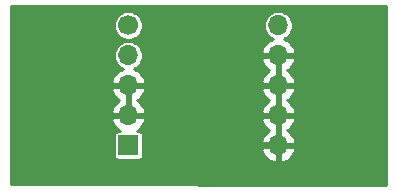
<source format=gbl>
%TF.GenerationSoftware,KiCad,Pcbnew,(5.1.6-0-10_14)*%
%TF.CreationDate,2022-03-22T21:21:40-04:00*%
%TF.ProjectId,MPPT Chip,4d505054-2043-4686-9970-2e6b69636164,v01*%
%TF.SameCoordinates,Original*%
%TF.FileFunction,Copper,L2,Bot*%
%TF.FilePolarity,Positive*%
%FSLAX46Y46*%
G04 Gerber Fmt 4.6, Leading zero omitted, Abs format (unit mm)*
G04 Created by KiCad (PCBNEW (5.1.6-0-10_14)) date 2022-03-22 21:21:40*
%MOMM*%
%LPD*%
G01*
G04 APERTURE LIST*
%TA.AperFunction,ComponentPad*%
%ADD10C,1.700000*%
%TD*%
%TA.AperFunction,ComponentPad*%
%ADD11O,1.700000X1.700000*%
%TD*%
%TA.AperFunction,ComponentPad*%
%ADD12R,1.700000X1.700000*%
%TD*%
%TA.AperFunction,ViaPad*%
%ADD13C,0.800000*%
%TD*%
%TA.AperFunction,Conductor*%
%ADD14C,0.400000*%
%TD*%
%TA.AperFunction,Conductor*%
%ADD15C,0.254000*%
%TD*%
G04 APERTURE END LIST*
D10*
%TO.P,J1,5*%
%TO.N,/OUT*%
X68272660Y-91203780D03*
D11*
%TO.P,J1,6*%
%TO.N,/VBST*%
X80972660Y-91203780D03*
%TO.P,J1,4*%
%TO.N,/PV+*%
X68272660Y-93743780D03*
%TO.P,J1,7*%
%TO.N,/GND*%
X80972660Y-93743780D03*
%TO.P,J1,3*%
X68272660Y-96283780D03*
%TO.P,J1,8*%
X80972660Y-96283780D03*
%TO.P,J1,2*%
X68272660Y-98823780D03*
%TO.P,J1,9*%
X80972660Y-98823780D03*
D12*
%TO.P,J1,1*%
%TO.N,/VCC*%
X68272660Y-101363780D03*
D11*
%TO.P,J1,10*%
%TO.N,/GND*%
X80972660Y-101363780D03*
%TD*%
D13*
%TO.N,/GND*%
X72715120Y-99923600D03*
X71079360Y-96939100D03*
%TD*%
D14*
%TO.N,/GND*%
X68432680Y-98983800D02*
X68272660Y-98823780D01*
X72715120Y-99923600D02*
X74018140Y-101226620D01*
X80835500Y-101226620D02*
X80972660Y-101363780D01*
X74018140Y-101226620D02*
X80835500Y-101226620D01*
X70241160Y-98823780D02*
X68272660Y-98823780D01*
X71079360Y-97985580D02*
X70241160Y-98823780D01*
X71079360Y-96939100D02*
X71079360Y-97985580D01*
%TD*%
D15*
%TO.N,/GND*%
G36*
X90096740Y-104708696D02*
G01*
X58330700Y-104656684D01*
X58330700Y-99180670D01*
X66831184Y-99180670D01*
X66875835Y-99327879D01*
X67001019Y-99590700D01*
X67175072Y-99824049D01*
X67391305Y-100018958D01*
X67579293Y-100130937D01*
X67422660Y-100130937D01*
X67347971Y-100138293D01*
X67276152Y-100160079D01*
X67209964Y-100195458D01*
X67151949Y-100243069D01*
X67104338Y-100301084D01*
X67068959Y-100367272D01*
X67047173Y-100439091D01*
X67039817Y-100513780D01*
X67039817Y-102213780D01*
X67047173Y-102288469D01*
X67068959Y-102360288D01*
X67104338Y-102426476D01*
X67151949Y-102484491D01*
X67209964Y-102532102D01*
X67276152Y-102567481D01*
X67347971Y-102589267D01*
X67422660Y-102596623D01*
X69122660Y-102596623D01*
X69197349Y-102589267D01*
X69269168Y-102567481D01*
X69335356Y-102532102D01*
X69393371Y-102484491D01*
X69440982Y-102426476D01*
X69476361Y-102360288D01*
X69498147Y-102288469D01*
X69505503Y-102213780D01*
X69505503Y-101720670D01*
X79531184Y-101720670D01*
X79575835Y-101867879D01*
X79701019Y-102130700D01*
X79875072Y-102364049D01*
X80091305Y-102558958D01*
X80341408Y-102707937D01*
X80615769Y-102805261D01*
X80845660Y-102684594D01*
X80845660Y-101490780D01*
X81099660Y-101490780D01*
X81099660Y-102684594D01*
X81329551Y-102805261D01*
X81603912Y-102707937D01*
X81854015Y-102558958D01*
X82070248Y-102364049D01*
X82244301Y-102130700D01*
X82369485Y-101867879D01*
X82414136Y-101720670D01*
X82292815Y-101490780D01*
X81099660Y-101490780D01*
X80845660Y-101490780D01*
X79652505Y-101490780D01*
X79531184Y-101720670D01*
X69505503Y-101720670D01*
X69505503Y-100513780D01*
X69498147Y-100439091D01*
X69476361Y-100367272D01*
X69440982Y-100301084D01*
X69393371Y-100243069D01*
X69335356Y-100195458D01*
X69269168Y-100160079D01*
X69197349Y-100138293D01*
X69122660Y-100130937D01*
X68966027Y-100130937D01*
X69154015Y-100018958D01*
X69370248Y-99824049D01*
X69544301Y-99590700D01*
X69669485Y-99327879D01*
X69714136Y-99180670D01*
X79531184Y-99180670D01*
X79575835Y-99327879D01*
X79701019Y-99590700D01*
X79875072Y-99824049D01*
X80091305Y-100018958D01*
X80216915Y-100093780D01*
X80091305Y-100168602D01*
X79875072Y-100363511D01*
X79701019Y-100596860D01*
X79575835Y-100859681D01*
X79531184Y-101006890D01*
X79652505Y-101236780D01*
X80845660Y-101236780D01*
X80845660Y-98950780D01*
X81099660Y-98950780D01*
X81099660Y-101236780D01*
X82292815Y-101236780D01*
X82414136Y-101006890D01*
X82369485Y-100859681D01*
X82244301Y-100596860D01*
X82070248Y-100363511D01*
X81854015Y-100168602D01*
X81728405Y-100093780D01*
X81854015Y-100018958D01*
X82070248Y-99824049D01*
X82244301Y-99590700D01*
X82369485Y-99327879D01*
X82414136Y-99180670D01*
X82292815Y-98950780D01*
X81099660Y-98950780D01*
X80845660Y-98950780D01*
X79652505Y-98950780D01*
X79531184Y-99180670D01*
X69714136Y-99180670D01*
X69592815Y-98950780D01*
X68399660Y-98950780D01*
X68399660Y-98970780D01*
X68145660Y-98970780D01*
X68145660Y-98950780D01*
X66952505Y-98950780D01*
X66831184Y-99180670D01*
X58330700Y-99180670D01*
X58330700Y-96640670D01*
X66831184Y-96640670D01*
X66875835Y-96787879D01*
X67001019Y-97050700D01*
X67175072Y-97284049D01*
X67391305Y-97478958D01*
X67516915Y-97553780D01*
X67391305Y-97628602D01*
X67175072Y-97823511D01*
X67001019Y-98056860D01*
X66875835Y-98319681D01*
X66831184Y-98466890D01*
X66952505Y-98696780D01*
X68145660Y-98696780D01*
X68145660Y-96410780D01*
X68399660Y-96410780D01*
X68399660Y-98696780D01*
X69592815Y-98696780D01*
X69714136Y-98466890D01*
X69669485Y-98319681D01*
X69544301Y-98056860D01*
X69370248Y-97823511D01*
X69154015Y-97628602D01*
X69028405Y-97553780D01*
X69154015Y-97478958D01*
X69370248Y-97284049D01*
X69544301Y-97050700D01*
X69669485Y-96787879D01*
X69714136Y-96640670D01*
X79531184Y-96640670D01*
X79575835Y-96787879D01*
X79701019Y-97050700D01*
X79875072Y-97284049D01*
X80091305Y-97478958D01*
X80216915Y-97553780D01*
X80091305Y-97628602D01*
X79875072Y-97823511D01*
X79701019Y-98056860D01*
X79575835Y-98319681D01*
X79531184Y-98466890D01*
X79652505Y-98696780D01*
X80845660Y-98696780D01*
X80845660Y-96410780D01*
X81099660Y-96410780D01*
X81099660Y-98696780D01*
X82292815Y-98696780D01*
X82414136Y-98466890D01*
X82369485Y-98319681D01*
X82244301Y-98056860D01*
X82070248Y-97823511D01*
X81854015Y-97628602D01*
X81728405Y-97553780D01*
X81854015Y-97478958D01*
X82070248Y-97284049D01*
X82244301Y-97050700D01*
X82369485Y-96787879D01*
X82414136Y-96640670D01*
X82292815Y-96410780D01*
X81099660Y-96410780D01*
X80845660Y-96410780D01*
X79652505Y-96410780D01*
X79531184Y-96640670D01*
X69714136Y-96640670D01*
X69592815Y-96410780D01*
X68399660Y-96410780D01*
X68145660Y-96410780D01*
X66952505Y-96410780D01*
X66831184Y-96640670D01*
X58330700Y-96640670D01*
X58330700Y-95926890D01*
X66831184Y-95926890D01*
X66952505Y-96156780D01*
X68145660Y-96156780D01*
X68145660Y-96136780D01*
X68399660Y-96136780D01*
X68399660Y-96156780D01*
X69592815Y-96156780D01*
X69714136Y-95926890D01*
X69669485Y-95779681D01*
X69544301Y-95516860D01*
X69370248Y-95283511D01*
X69154015Y-95088602D01*
X68903912Y-94939623D01*
X68741492Y-94882008D01*
X68855757Y-94834678D01*
X69057377Y-94699960D01*
X69228840Y-94528497D01*
X69363558Y-94326877D01*
X69456353Y-94102849D01*
X69456786Y-94100670D01*
X79531184Y-94100670D01*
X79575835Y-94247879D01*
X79701019Y-94510700D01*
X79875072Y-94744049D01*
X80091305Y-94938958D01*
X80216915Y-95013780D01*
X80091305Y-95088602D01*
X79875072Y-95283511D01*
X79701019Y-95516860D01*
X79575835Y-95779681D01*
X79531184Y-95926890D01*
X79652505Y-96156780D01*
X80845660Y-96156780D01*
X80845660Y-93870780D01*
X81099660Y-93870780D01*
X81099660Y-96156780D01*
X82292815Y-96156780D01*
X82414136Y-95926890D01*
X82369485Y-95779681D01*
X82244301Y-95516860D01*
X82070248Y-95283511D01*
X81854015Y-95088602D01*
X81728405Y-95013780D01*
X81854015Y-94938958D01*
X82070248Y-94744049D01*
X82244301Y-94510700D01*
X82369485Y-94247879D01*
X82414136Y-94100670D01*
X82292815Y-93870780D01*
X81099660Y-93870780D01*
X80845660Y-93870780D01*
X79652505Y-93870780D01*
X79531184Y-94100670D01*
X69456786Y-94100670D01*
X69503660Y-93865023D01*
X69503660Y-93622537D01*
X69456787Y-93386890D01*
X79531184Y-93386890D01*
X79652505Y-93616780D01*
X80845660Y-93616780D01*
X80845660Y-93596780D01*
X81099660Y-93596780D01*
X81099660Y-93616780D01*
X82292815Y-93616780D01*
X82414136Y-93386890D01*
X82369485Y-93239681D01*
X82244301Y-92976860D01*
X82070248Y-92743511D01*
X81854015Y-92548602D01*
X81603912Y-92399623D01*
X81441492Y-92342008D01*
X81555757Y-92294678D01*
X81757377Y-92159960D01*
X81928840Y-91988497D01*
X82063558Y-91786877D01*
X82156353Y-91562849D01*
X82203660Y-91325023D01*
X82203660Y-91082537D01*
X82156353Y-90844711D01*
X82063558Y-90620683D01*
X81928840Y-90419063D01*
X81757377Y-90247600D01*
X81555757Y-90112882D01*
X81331729Y-90020087D01*
X81093903Y-89972780D01*
X80851417Y-89972780D01*
X80613591Y-90020087D01*
X80389563Y-90112882D01*
X80187943Y-90247600D01*
X80016480Y-90419063D01*
X79881762Y-90620683D01*
X79788967Y-90844711D01*
X79741660Y-91082537D01*
X79741660Y-91325023D01*
X79788967Y-91562849D01*
X79881762Y-91786877D01*
X80016480Y-91988497D01*
X80187943Y-92159960D01*
X80389563Y-92294678D01*
X80503828Y-92342008D01*
X80341408Y-92399623D01*
X80091305Y-92548602D01*
X79875072Y-92743511D01*
X79701019Y-92976860D01*
X79575835Y-93239681D01*
X79531184Y-93386890D01*
X69456787Y-93386890D01*
X69456353Y-93384711D01*
X69363558Y-93160683D01*
X69228840Y-92959063D01*
X69057377Y-92787600D01*
X68855757Y-92652882D01*
X68631729Y-92560087D01*
X68393903Y-92512780D01*
X68151417Y-92512780D01*
X67913591Y-92560087D01*
X67689563Y-92652882D01*
X67487943Y-92787600D01*
X67316480Y-92959063D01*
X67181762Y-93160683D01*
X67088967Y-93384711D01*
X67041660Y-93622537D01*
X67041660Y-93865023D01*
X67088967Y-94102849D01*
X67181762Y-94326877D01*
X67316480Y-94528497D01*
X67487943Y-94699960D01*
X67689563Y-94834678D01*
X67803828Y-94882008D01*
X67641408Y-94939623D01*
X67391305Y-95088602D01*
X67175072Y-95283511D01*
X67001019Y-95516860D01*
X66875835Y-95779681D01*
X66831184Y-95926890D01*
X58330700Y-95926890D01*
X58330700Y-91082537D01*
X67041660Y-91082537D01*
X67041660Y-91325023D01*
X67088967Y-91562849D01*
X67181762Y-91786877D01*
X67316480Y-91988497D01*
X67487943Y-92159960D01*
X67689563Y-92294678D01*
X67913591Y-92387473D01*
X68151417Y-92434780D01*
X68393903Y-92434780D01*
X68631729Y-92387473D01*
X68855757Y-92294678D01*
X69057377Y-92159960D01*
X69228840Y-91988497D01*
X69363558Y-91786877D01*
X69456353Y-91562849D01*
X69503660Y-91325023D01*
X69503660Y-91082537D01*
X69456353Y-90844711D01*
X69363558Y-90620683D01*
X69228840Y-90419063D01*
X69057377Y-90247600D01*
X68855757Y-90112882D01*
X68631729Y-90020087D01*
X68393903Y-89972780D01*
X68151417Y-89972780D01*
X67913591Y-90020087D01*
X67689563Y-90112882D01*
X67487943Y-90247600D01*
X67316480Y-90419063D01*
X67181762Y-90620683D01*
X67088967Y-90844711D01*
X67041660Y-91082537D01*
X58330700Y-91082537D01*
X58330700Y-89572700D01*
X90096741Y-89572700D01*
X90096740Y-104708696D01*
G37*
X90096740Y-104708696D02*
X58330700Y-104656684D01*
X58330700Y-99180670D01*
X66831184Y-99180670D01*
X66875835Y-99327879D01*
X67001019Y-99590700D01*
X67175072Y-99824049D01*
X67391305Y-100018958D01*
X67579293Y-100130937D01*
X67422660Y-100130937D01*
X67347971Y-100138293D01*
X67276152Y-100160079D01*
X67209964Y-100195458D01*
X67151949Y-100243069D01*
X67104338Y-100301084D01*
X67068959Y-100367272D01*
X67047173Y-100439091D01*
X67039817Y-100513780D01*
X67039817Y-102213780D01*
X67047173Y-102288469D01*
X67068959Y-102360288D01*
X67104338Y-102426476D01*
X67151949Y-102484491D01*
X67209964Y-102532102D01*
X67276152Y-102567481D01*
X67347971Y-102589267D01*
X67422660Y-102596623D01*
X69122660Y-102596623D01*
X69197349Y-102589267D01*
X69269168Y-102567481D01*
X69335356Y-102532102D01*
X69393371Y-102484491D01*
X69440982Y-102426476D01*
X69476361Y-102360288D01*
X69498147Y-102288469D01*
X69505503Y-102213780D01*
X69505503Y-101720670D01*
X79531184Y-101720670D01*
X79575835Y-101867879D01*
X79701019Y-102130700D01*
X79875072Y-102364049D01*
X80091305Y-102558958D01*
X80341408Y-102707937D01*
X80615769Y-102805261D01*
X80845660Y-102684594D01*
X80845660Y-101490780D01*
X81099660Y-101490780D01*
X81099660Y-102684594D01*
X81329551Y-102805261D01*
X81603912Y-102707937D01*
X81854015Y-102558958D01*
X82070248Y-102364049D01*
X82244301Y-102130700D01*
X82369485Y-101867879D01*
X82414136Y-101720670D01*
X82292815Y-101490780D01*
X81099660Y-101490780D01*
X80845660Y-101490780D01*
X79652505Y-101490780D01*
X79531184Y-101720670D01*
X69505503Y-101720670D01*
X69505503Y-100513780D01*
X69498147Y-100439091D01*
X69476361Y-100367272D01*
X69440982Y-100301084D01*
X69393371Y-100243069D01*
X69335356Y-100195458D01*
X69269168Y-100160079D01*
X69197349Y-100138293D01*
X69122660Y-100130937D01*
X68966027Y-100130937D01*
X69154015Y-100018958D01*
X69370248Y-99824049D01*
X69544301Y-99590700D01*
X69669485Y-99327879D01*
X69714136Y-99180670D01*
X79531184Y-99180670D01*
X79575835Y-99327879D01*
X79701019Y-99590700D01*
X79875072Y-99824049D01*
X80091305Y-100018958D01*
X80216915Y-100093780D01*
X80091305Y-100168602D01*
X79875072Y-100363511D01*
X79701019Y-100596860D01*
X79575835Y-100859681D01*
X79531184Y-101006890D01*
X79652505Y-101236780D01*
X80845660Y-101236780D01*
X80845660Y-98950780D01*
X81099660Y-98950780D01*
X81099660Y-101236780D01*
X82292815Y-101236780D01*
X82414136Y-101006890D01*
X82369485Y-100859681D01*
X82244301Y-100596860D01*
X82070248Y-100363511D01*
X81854015Y-100168602D01*
X81728405Y-100093780D01*
X81854015Y-100018958D01*
X82070248Y-99824049D01*
X82244301Y-99590700D01*
X82369485Y-99327879D01*
X82414136Y-99180670D01*
X82292815Y-98950780D01*
X81099660Y-98950780D01*
X80845660Y-98950780D01*
X79652505Y-98950780D01*
X79531184Y-99180670D01*
X69714136Y-99180670D01*
X69592815Y-98950780D01*
X68399660Y-98950780D01*
X68399660Y-98970780D01*
X68145660Y-98970780D01*
X68145660Y-98950780D01*
X66952505Y-98950780D01*
X66831184Y-99180670D01*
X58330700Y-99180670D01*
X58330700Y-96640670D01*
X66831184Y-96640670D01*
X66875835Y-96787879D01*
X67001019Y-97050700D01*
X67175072Y-97284049D01*
X67391305Y-97478958D01*
X67516915Y-97553780D01*
X67391305Y-97628602D01*
X67175072Y-97823511D01*
X67001019Y-98056860D01*
X66875835Y-98319681D01*
X66831184Y-98466890D01*
X66952505Y-98696780D01*
X68145660Y-98696780D01*
X68145660Y-96410780D01*
X68399660Y-96410780D01*
X68399660Y-98696780D01*
X69592815Y-98696780D01*
X69714136Y-98466890D01*
X69669485Y-98319681D01*
X69544301Y-98056860D01*
X69370248Y-97823511D01*
X69154015Y-97628602D01*
X69028405Y-97553780D01*
X69154015Y-97478958D01*
X69370248Y-97284049D01*
X69544301Y-97050700D01*
X69669485Y-96787879D01*
X69714136Y-96640670D01*
X79531184Y-96640670D01*
X79575835Y-96787879D01*
X79701019Y-97050700D01*
X79875072Y-97284049D01*
X80091305Y-97478958D01*
X80216915Y-97553780D01*
X80091305Y-97628602D01*
X79875072Y-97823511D01*
X79701019Y-98056860D01*
X79575835Y-98319681D01*
X79531184Y-98466890D01*
X79652505Y-98696780D01*
X80845660Y-98696780D01*
X80845660Y-96410780D01*
X81099660Y-96410780D01*
X81099660Y-98696780D01*
X82292815Y-98696780D01*
X82414136Y-98466890D01*
X82369485Y-98319681D01*
X82244301Y-98056860D01*
X82070248Y-97823511D01*
X81854015Y-97628602D01*
X81728405Y-97553780D01*
X81854015Y-97478958D01*
X82070248Y-97284049D01*
X82244301Y-97050700D01*
X82369485Y-96787879D01*
X82414136Y-96640670D01*
X82292815Y-96410780D01*
X81099660Y-96410780D01*
X80845660Y-96410780D01*
X79652505Y-96410780D01*
X79531184Y-96640670D01*
X69714136Y-96640670D01*
X69592815Y-96410780D01*
X68399660Y-96410780D01*
X68145660Y-96410780D01*
X66952505Y-96410780D01*
X66831184Y-96640670D01*
X58330700Y-96640670D01*
X58330700Y-95926890D01*
X66831184Y-95926890D01*
X66952505Y-96156780D01*
X68145660Y-96156780D01*
X68145660Y-96136780D01*
X68399660Y-96136780D01*
X68399660Y-96156780D01*
X69592815Y-96156780D01*
X69714136Y-95926890D01*
X69669485Y-95779681D01*
X69544301Y-95516860D01*
X69370248Y-95283511D01*
X69154015Y-95088602D01*
X68903912Y-94939623D01*
X68741492Y-94882008D01*
X68855757Y-94834678D01*
X69057377Y-94699960D01*
X69228840Y-94528497D01*
X69363558Y-94326877D01*
X69456353Y-94102849D01*
X69456786Y-94100670D01*
X79531184Y-94100670D01*
X79575835Y-94247879D01*
X79701019Y-94510700D01*
X79875072Y-94744049D01*
X80091305Y-94938958D01*
X80216915Y-95013780D01*
X80091305Y-95088602D01*
X79875072Y-95283511D01*
X79701019Y-95516860D01*
X79575835Y-95779681D01*
X79531184Y-95926890D01*
X79652505Y-96156780D01*
X80845660Y-96156780D01*
X80845660Y-93870780D01*
X81099660Y-93870780D01*
X81099660Y-96156780D01*
X82292815Y-96156780D01*
X82414136Y-95926890D01*
X82369485Y-95779681D01*
X82244301Y-95516860D01*
X82070248Y-95283511D01*
X81854015Y-95088602D01*
X81728405Y-95013780D01*
X81854015Y-94938958D01*
X82070248Y-94744049D01*
X82244301Y-94510700D01*
X82369485Y-94247879D01*
X82414136Y-94100670D01*
X82292815Y-93870780D01*
X81099660Y-93870780D01*
X80845660Y-93870780D01*
X79652505Y-93870780D01*
X79531184Y-94100670D01*
X69456786Y-94100670D01*
X69503660Y-93865023D01*
X69503660Y-93622537D01*
X69456787Y-93386890D01*
X79531184Y-93386890D01*
X79652505Y-93616780D01*
X80845660Y-93616780D01*
X80845660Y-93596780D01*
X81099660Y-93596780D01*
X81099660Y-93616780D01*
X82292815Y-93616780D01*
X82414136Y-93386890D01*
X82369485Y-93239681D01*
X82244301Y-92976860D01*
X82070248Y-92743511D01*
X81854015Y-92548602D01*
X81603912Y-92399623D01*
X81441492Y-92342008D01*
X81555757Y-92294678D01*
X81757377Y-92159960D01*
X81928840Y-91988497D01*
X82063558Y-91786877D01*
X82156353Y-91562849D01*
X82203660Y-91325023D01*
X82203660Y-91082537D01*
X82156353Y-90844711D01*
X82063558Y-90620683D01*
X81928840Y-90419063D01*
X81757377Y-90247600D01*
X81555757Y-90112882D01*
X81331729Y-90020087D01*
X81093903Y-89972780D01*
X80851417Y-89972780D01*
X80613591Y-90020087D01*
X80389563Y-90112882D01*
X80187943Y-90247600D01*
X80016480Y-90419063D01*
X79881762Y-90620683D01*
X79788967Y-90844711D01*
X79741660Y-91082537D01*
X79741660Y-91325023D01*
X79788967Y-91562849D01*
X79881762Y-91786877D01*
X80016480Y-91988497D01*
X80187943Y-92159960D01*
X80389563Y-92294678D01*
X80503828Y-92342008D01*
X80341408Y-92399623D01*
X80091305Y-92548602D01*
X79875072Y-92743511D01*
X79701019Y-92976860D01*
X79575835Y-93239681D01*
X79531184Y-93386890D01*
X69456787Y-93386890D01*
X69456353Y-93384711D01*
X69363558Y-93160683D01*
X69228840Y-92959063D01*
X69057377Y-92787600D01*
X68855757Y-92652882D01*
X68631729Y-92560087D01*
X68393903Y-92512780D01*
X68151417Y-92512780D01*
X67913591Y-92560087D01*
X67689563Y-92652882D01*
X67487943Y-92787600D01*
X67316480Y-92959063D01*
X67181762Y-93160683D01*
X67088967Y-93384711D01*
X67041660Y-93622537D01*
X67041660Y-93865023D01*
X67088967Y-94102849D01*
X67181762Y-94326877D01*
X67316480Y-94528497D01*
X67487943Y-94699960D01*
X67689563Y-94834678D01*
X67803828Y-94882008D01*
X67641408Y-94939623D01*
X67391305Y-95088602D01*
X67175072Y-95283511D01*
X67001019Y-95516860D01*
X66875835Y-95779681D01*
X66831184Y-95926890D01*
X58330700Y-95926890D01*
X58330700Y-91082537D01*
X67041660Y-91082537D01*
X67041660Y-91325023D01*
X67088967Y-91562849D01*
X67181762Y-91786877D01*
X67316480Y-91988497D01*
X67487943Y-92159960D01*
X67689563Y-92294678D01*
X67913591Y-92387473D01*
X68151417Y-92434780D01*
X68393903Y-92434780D01*
X68631729Y-92387473D01*
X68855757Y-92294678D01*
X69057377Y-92159960D01*
X69228840Y-91988497D01*
X69363558Y-91786877D01*
X69456353Y-91562849D01*
X69503660Y-91325023D01*
X69503660Y-91082537D01*
X69456353Y-90844711D01*
X69363558Y-90620683D01*
X69228840Y-90419063D01*
X69057377Y-90247600D01*
X68855757Y-90112882D01*
X68631729Y-90020087D01*
X68393903Y-89972780D01*
X68151417Y-89972780D01*
X67913591Y-90020087D01*
X67689563Y-90112882D01*
X67487943Y-90247600D01*
X67316480Y-90419063D01*
X67181762Y-90620683D01*
X67088967Y-90844711D01*
X67041660Y-91082537D01*
X58330700Y-91082537D01*
X58330700Y-89572700D01*
X90096741Y-89572700D01*
X90096740Y-104708696D01*
%TD*%
M02*

</source>
